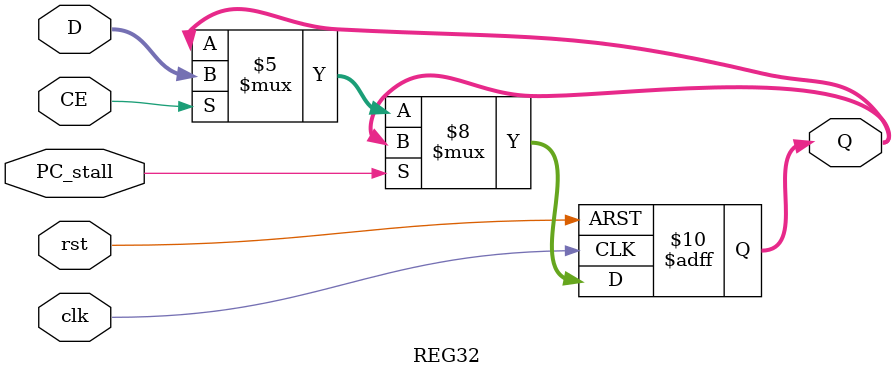
<source format=v>
`timescale 1ns / 1ps
module REG32(input clk,
			 input rst,
			 input CE,
			 input [31:0] D,
			 input PC_stall,
			 output reg[31:0] Q
			 );
	always @ (posedge clk or posedge rst) begin
		if(rst==1) Q<=32'h0;
		else if(PC_stall == 1) Q<=Q;
		else if(CE==1)Q<=D;
	end
endmodule

</source>
